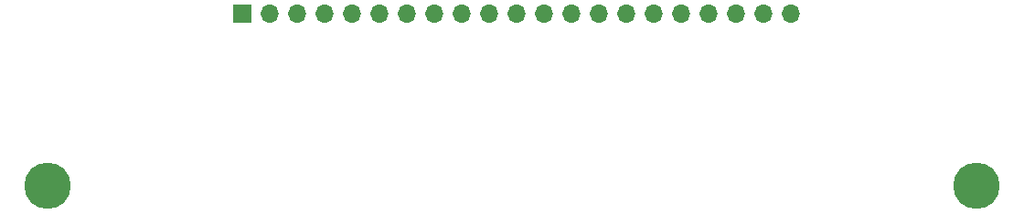
<source format=gbs>
G04 #@! TF.GenerationSoftware,KiCad,Pcbnew,8.0.1*
G04 #@! TF.CreationDate,2024-07-23T13:12:02+08:00*
G04 #@! TF.ProjectId,Test Prototype for v0.3,54657374-2050-4726-9f74-6f7479706520,rev?*
G04 #@! TF.SameCoordinates,Original*
G04 #@! TF.FileFunction,Soldermask,Bot*
G04 #@! TF.FilePolarity,Negative*
%FSLAX46Y46*%
G04 Gerber Fmt 4.6, Leading zero omitted, Abs format (unit mm)*
G04 Created by KiCad (PCBNEW 8.0.1) date 2024-07-23 13:12:02*
%MOMM*%
%LPD*%
G01*
G04 APERTURE LIST*
%ADD10C,4.300000*%
%ADD11R,1.700000X1.700000*%
%ADD12O,1.700000X1.700000*%
G04 APERTURE END LIST*
D10*
X191000000Y-90000000D03*
D11*
X123000000Y-74000000D03*
D12*
X125540000Y-74000000D03*
X128080000Y-74000000D03*
X130620000Y-74000000D03*
X133160000Y-74000000D03*
X135700000Y-74000000D03*
X138240000Y-74000000D03*
X140780000Y-74000000D03*
X143320000Y-74000000D03*
X145860000Y-74000000D03*
X148400000Y-74000000D03*
X150940000Y-74000000D03*
X153480000Y-74000000D03*
X156020000Y-74000000D03*
X158560000Y-74000000D03*
X161100000Y-74000000D03*
X163640000Y-74000000D03*
X166180000Y-74000000D03*
X168720000Y-74000000D03*
X171260000Y-74000000D03*
X173800000Y-74000000D03*
D10*
X105000000Y-90000000D03*
M02*

</source>
